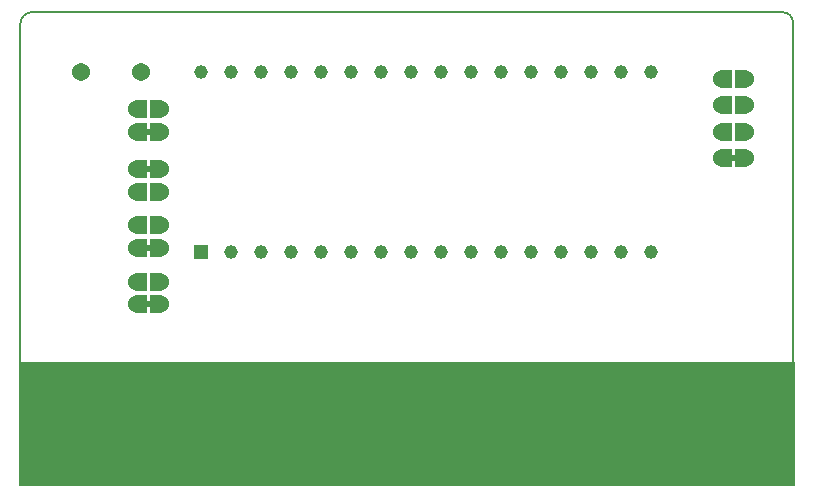
<source format=gbr>
G04 DesignSpark PCB PRO Gerber Version 10.0 Build 5299*
G04 #@! TF.Part,Single*
G04 #@! TF.FileFunction,Soldermask,Top*
G04 #@! TF.FilePolarity,Negative*
%FSLAX35Y35*%
%MOIN*%
G04 #@! TA.AperFunction,SMDPad,CuDef*
%ADD78R,0.06732X0.29567*%
%ADD11R,0.06732X0.35472*%
%AMT79*0 Bullet Pad at angle 90*21,1,0.06039,0.03020,0,0,90*%
%ADD79T79*%
%ADD82R,0.04039X0.02239*%
G04 #@! TA.AperFunction,TestPad*
%ADD10R,2.58583X0.41339*%
G04 #@! TA.AperFunction,ComponentPad*
%ADD12R,0.04598X0.04598*%
G04 #@! TD.AperFunction*
%ADD15C,0.00500*%
G04 #@! TA.AperFunction,ComponentPad*
%ADD13C,0.04598*%
G04 #@! TD.AperFunction*
%ADD80C,0.06039*%
G04 #@! TA.AperFunction,ComponentPad*
%ADD14C,0.06039*%
G04 #@! TA.AperFunction,SMDPad,CuDef*
%AMT81*0 Bullet Pad at angle 270*21,1,0.06039,0.03020,0,0,270*%
%ADD81T81*%
G04 #@! TD.AperFunction*
X0Y0D02*
D02*
D10*
X266431Y29844D03*
D02*
D11*
X146166Y31754D03*
D03*
D03*
X156166D03*
D03*
D03*
X166166D03*
D03*
D03*
X176166D03*
X186166D03*
D03*
D03*
X196166D03*
D03*
D03*
X206166D03*
D03*
D03*
X216166D03*
D03*
D03*
X226166D03*
D03*
D03*
X236166D03*
D03*
D03*
X246166D03*
D03*
D03*
X256166D03*
D03*
D03*
X266166D03*
D03*
D03*
X276166D03*
D03*
D03*
X286166D03*
D03*
D03*
X296166D03*
D03*
D03*
X306166D03*
D03*
D03*
X316166D03*
D03*
D03*
X326166D03*
D03*
D03*
X336166D03*
D03*
D03*
X346166D03*
D03*
D03*
X356166D03*
D03*
D03*
X366166D03*
D03*
D03*
X376166D03*
D03*
D03*
X386166D03*
D03*
D03*
D02*
D12*
X197672Y87378D03*
D03*
D03*
D02*
D13*
Y147378D03*
D03*
D03*
X207672Y87378D03*
D03*
D03*
Y147378D03*
D03*
D03*
X217672Y87378D03*
D03*
D03*
Y147378D03*
D03*
D03*
X227672Y87378D03*
D03*
D03*
Y147378D03*
D03*
D03*
X237672Y87378D03*
D03*
D03*
Y147378D03*
D03*
D03*
X247672Y87378D03*
D03*
D03*
Y147378D03*
D03*
D03*
X257672Y87378D03*
D03*
D03*
Y147378D03*
D03*
D03*
X267672Y87378D03*
D03*
D03*
Y147378D03*
D03*
D03*
X277672Y87378D03*
D03*
D03*
Y147378D03*
D03*
D03*
X287672Y87378D03*
D03*
D03*
Y147378D03*
D03*
D03*
X297672Y87378D03*
D03*
D03*
Y147378D03*
D03*
D03*
X307672Y87378D03*
D03*
D03*
Y147378D03*
D03*
D03*
X317672Y87378D03*
D03*
D03*
Y147378D03*
D03*
D03*
X327672Y87378D03*
D03*
D03*
Y147378D03*
D03*
D03*
X337672Y87378D03*
D03*
D03*
Y147378D03*
D03*
D03*
X347672Y87378D03*
D03*
D03*
Y147378D03*
D03*
D03*
D02*
D14*
X157662Y147344D03*
D03*
D03*
X177662D03*
D03*
D03*
D02*
D15*
X142627Y9707D02*
X389487D01*
G75*
G03*
X394985Y15204I0J5497D01*
G01*
Y163602D01*
G75*
G03*
X391412Y167174I-3573J0D01*
G01*
X141412D01*
G75*
G03*
X137347Y163109I0J-4065D01*
G01*
Y14987D01*
G75*
G03*
X142627Y9707I5280J0D01*
G01*
D02*
D78*
X176166Y34707D03*
D03*
D02*
D79*
X177922Y69844D03*
D02*
D80*
X176412D03*
D02*
D79*
X177922D03*
D02*
D80*
X176412D03*
D02*
D79*
X177922Y77344D03*
D02*
D80*
X176412D03*
D02*
D79*
X177922D03*
D02*
D80*
X176412D03*
D02*
D79*
X177922Y88594D03*
D02*
D80*
X176412D03*
D02*
D79*
X177922D03*
D02*
D80*
X176412D03*
D02*
D79*
X177922Y96094D03*
D02*
D80*
X176412D03*
D02*
D79*
X177922D03*
D02*
D80*
X176412D03*
D02*
D79*
X177922Y107344D03*
D02*
D80*
X176412D03*
D02*
D79*
X177922D03*
D02*
D80*
X176412D03*
D02*
D79*
X177922Y114844D03*
D02*
D80*
X176412D03*
D02*
D79*
X177922D03*
D02*
D80*
X176412D03*
D02*
D79*
X177922Y127344D03*
D02*
D80*
X176412D03*
D02*
D79*
X177922D03*
D02*
D80*
X176412D03*
D02*
D79*
X177922Y134844D03*
D02*
D80*
X176412D03*
D02*
D79*
X177922D03*
D02*
D80*
X176412D03*
D02*
D79*
X372922Y118594D03*
D02*
D80*
X371412D03*
D02*
D79*
X372922D03*
D02*
D80*
X371412D03*
D02*
D79*
X372922Y127344D03*
D02*
D80*
X371412D03*
D02*
D79*
X372922D03*
D02*
D80*
X371412D03*
D02*
D79*
X372922Y136094D03*
D02*
D80*
X371412D03*
D02*
D79*
X372922D03*
D02*
D80*
X371412D03*
D02*
D79*
X372922Y144844D03*
D02*
D80*
X371412D03*
D02*
D79*
X372922D03*
D02*
D80*
X371412D03*
D02*
D81*
X182402Y69844D03*
D02*
D80*
X183912D03*
D02*
D81*
X182402D03*
D02*
D80*
X183912D03*
D02*
D81*
X182402Y77344D03*
D02*
D80*
X183912D03*
D02*
D81*
X182402D03*
D02*
D80*
X183912D03*
D02*
D81*
X182402Y88594D03*
D02*
D80*
X183912D03*
D02*
D81*
X182402D03*
D02*
D80*
X183912D03*
D02*
D81*
X182402Y96094D03*
D02*
D80*
X183912D03*
D02*
D81*
X182402D03*
D02*
D80*
X183912D03*
D02*
D81*
X182402Y107344D03*
D02*
D80*
X183912D03*
D02*
D81*
X182402D03*
D02*
D80*
X183912D03*
D02*
D81*
X182402Y114844D03*
D02*
D80*
X183912D03*
D02*
D81*
X182402D03*
D02*
D80*
X183912D03*
D02*
D81*
X182402Y127344D03*
D02*
D80*
X183912D03*
D02*
D81*
X182402D03*
D02*
D80*
X183912D03*
D02*
D81*
X182402Y134844D03*
D02*
D80*
X183912D03*
D02*
D81*
X182402D03*
D02*
D80*
X183912D03*
D02*
D81*
X377402Y118594D03*
D02*
D80*
X378912D03*
D02*
D81*
X377402D03*
D02*
D80*
X378912D03*
D02*
D81*
X377402Y127344D03*
D02*
D80*
X378912D03*
D02*
D81*
X377402D03*
D02*
D80*
X378912D03*
D02*
D81*
X377402Y136094D03*
D02*
D80*
X378912D03*
D02*
D81*
X377402D03*
D02*
D80*
X378912D03*
D02*
D81*
X377402Y144844D03*
D02*
D80*
X378912D03*
D02*
D81*
X377402D03*
D02*
D80*
X378912D03*
D02*
D82*
X180162Y69844D03*
D03*
Y88594D03*
D03*
Y114844D03*
D03*
Y127344D03*
D03*
X375162Y118594D03*
D03*
X0Y0D02*
M02*

</source>
